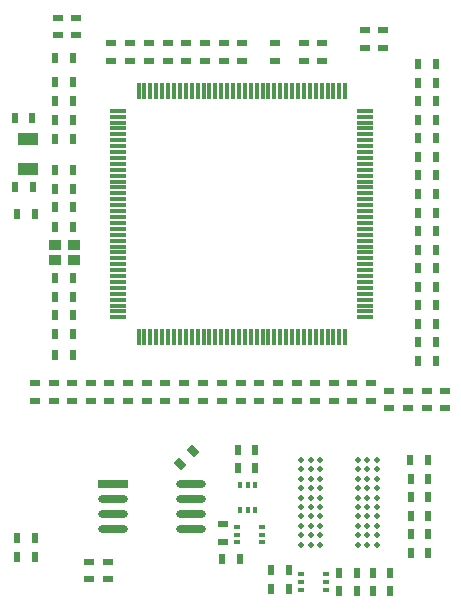
<source format=gtp>
G04*
G04 #@! TF.GenerationSoftware,Altium Limited,Altium Designer,19.1.9 (167)*
G04*
G04 Layer_Color=8421504*
%FSLAX44Y44*%
%MOMM*%
G71*
G01*
G75*
%ADD13R,1.0000X0.9000*%
%ADD14R,1.8000X1.0000*%
%ADD15C,0.5000*%
%ADD16R,1.3500X0.3500*%
%ADD17R,0.3500X1.3500*%
%ADD18O,2.5000X0.7000*%
%ADD19R,2.5000X0.7000*%
%ADD20R,0.4000X0.6000*%
%ADD21R,0.6000X0.4000*%
%ADD22R,0.6000X0.9000*%
%ADD23R,0.9000X0.6000*%
G04:AMPARAMS|DCode=24|XSize=0.6mm|YSize=0.9mm|CornerRadius=0mm|HoleSize=0mm|Usage=FLASHONLY|Rotation=45.000|XOffset=0mm|YOffset=0mm|HoleType=Round|Shape=Rectangle|*
%AMROTATEDRECTD24*
4,1,4,0.1061,-0.5303,-0.5303,0.1061,-0.1061,0.5303,0.5303,-0.1061,0.1061,-0.5303,0.0*
%
%ADD24ROTATEDRECTD24*%

D13*
X75250Y303000D02*
D03*
Y315250D02*
D03*
X58750Y303000D02*
D03*
Y315250D02*
D03*
D14*
X36250Y380250D02*
D03*
Y405250D02*
D03*
D15*
X331500Y61750D02*
D03*
Y69750D02*
D03*
Y77750D02*
D03*
Y85750D02*
D03*
Y93750D02*
D03*
Y101750D02*
D03*
Y109750D02*
D03*
Y117750D02*
D03*
Y125750D02*
D03*
Y133750D02*
D03*
X323500Y61750D02*
D03*
Y69750D02*
D03*
Y77750D02*
D03*
Y85750D02*
D03*
Y93750D02*
D03*
Y101750D02*
D03*
Y109750D02*
D03*
Y117750D02*
D03*
Y125750D02*
D03*
Y133750D02*
D03*
X315500Y61750D02*
D03*
Y69750D02*
D03*
Y77750D02*
D03*
Y85750D02*
D03*
Y93750D02*
D03*
Y101750D02*
D03*
Y109750D02*
D03*
Y117750D02*
D03*
Y125750D02*
D03*
Y133750D02*
D03*
X283500Y61750D02*
D03*
Y69750D02*
D03*
Y77750D02*
D03*
Y85750D02*
D03*
Y93750D02*
D03*
Y101750D02*
D03*
Y109750D02*
D03*
Y117750D02*
D03*
Y125750D02*
D03*
Y133750D02*
D03*
X275500Y61750D02*
D03*
Y69750D02*
D03*
Y77750D02*
D03*
Y85750D02*
D03*
Y93750D02*
D03*
Y101750D02*
D03*
Y109750D02*
D03*
Y117750D02*
D03*
Y125750D02*
D03*
Y133750D02*
D03*
X267500Y61750D02*
D03*
Y69750D02*
D03*
Y77750D02*
D03*
Y85750D02*
D03*
Y93750D02*
D03*
Y101750D02*
D03*
Y109750D02*
D03*
Y117750D02*
D03*
Y125750D02*
D03*
Y133750D02*
D03*
D16*
X112750Y429250D02*
D03*
Y424250D02*
D03*
Y419250D02*
D03*
Y414250D02*
D03*
Y409250D02*
D03*
Y404250D02*
D03*
Y399250D02*
D03*
Y394250D02*
D03*
Y389250D02*
D03*
Y384250D02*
D03*
Y379250D02*
D03*
Y374250D02*
D03*
Y369250D02*
D03*
Y364250D02*
D03*
Y359250D02*
D03*
Y354250D02*
D03*
Y349250D02*
D03*
Y344250D02*
D03*
Y339250D02*
D03*
Y334250D02*
D03*
Y329250D02*
D03*
Y324250D02*
D03*
Y319250D02*
D03*
Y314250D02*
D03*
Y309250D02*
D03*
Y304250D02*
D03*
Y299250D02*
D03*
Y294250D02*
D03*
Y289250D02*
D03*
Y284250D02*
D03*
Y279250D02*
D03*
Y274250D02*
D03*
Y269250D02*
D03*
Y264250D02*
D03*
Y259250D02*
D03*
Y254250D02*
D03*
X321750D02*
D03*
Y259250D02*
D03*
Y264250D02*
D03*
Y269250D02*
D03*
Y274250D02*
D03*
Y279250D02*
D03*
Y284250D02*
D03*
Y289250D02*
D03*
Y294250D02*
D03*
Y299250D02*
D03*
Y304250D02*
D03*
Y309250D02*
D03*
Y314250D02*
D03*
Y319250D02*
D03*
Y324250D02*
D03*
Y329250D02*
D03*
Y334250D02*
D03*
Y339250D02*
D03*
Y344250D02*
D03*
Y349250D02*
D03*
Y354250D02*
D03*
Y359250D02*
D03*
Y364250D02*
D03*
Y369250D02*
D03*
Y374250D02*
D03*
Y379250D02*
D03*
Y384250D02*
D03*
Y389250D02*
D03*
Y394250D02*
D03*
Y399250D02*
D03*
Y404250D02*
D03*
Y409250D02*
D03*
Y414250D02*
D03*
Y419250D02*
D03*
Y424250D02*
D03*
Y429250D02*
D03*
D17*
X129750Y237250D02*
D03*
X134750D02*
D03*
X139750D02*
D03*
X144750D02*
D03*
X149750D02*
D03*
X154750D02*
D03*
X159750D02*
D03*
X164750D02*
D03*
X169750D02*
D03*
X174750D02*
D03*
X179750D02*
D03*
X184750D02*
D03*
X189750D02*
D03*
X194750D02*
D03*
X199750D02*
D03*
X204750D02*
D03*
X209750D02*
D03*
X214750D02*
D03*
X219750D02*
D03*
X224750D02*
D03*
X229750D02*
D03*
X234750D02*
D03*
X239750D02*
D03*
X244750D02*
D03*
X249750D02*
D03*
X254750D02*
D03*
X259750D02*
D03*
X264750D02*
D03*
X269750D02*
D03*
X274750D02*
D03*
X279750D02*
D03*
X284750D02*
D03*
X289750D02*
D03*
X294750D02*
D03*
X299750D02*
D03*
X304750D02*
D03*
Y446250D02*
D03*
X299750D02*
D03*
X294750D02*
D03*
X289750D02*
D03*
X284750D02*
D03*
X279750D02*
D03*
X274750D02*
D03*
X269750D02*
D03*
X264750D02*
D03*
X259750D02*
D03*
X254750D02*
D03*
X249750D02*
D03*
X244750D02*
D03*
X239750D02*
D03*
X234750D02*
D03*
X229750D02*
D03*
X224750D02*
D03*
X219750D02*
D03*
X214750D02*
D03*
X209750D02*
D03*
X204750D02*
D03*
X199750D02*
D03*
X194750D02*
D03*
X189750D02*
D03*
X184750D02*
D03*
X179750D02*
D03*
X174750D02*
D03*
X169750D02*
D03*
X164750D02*
D03*
X159750D02*
D03*
X154750D02*
D03*
X149750D02*
D03*
X144750D02*
D03*
X139750D02*
D03*
X134750D02*
D03*
X129750D02*
D03*
D18*
X173853Y74900D02*
D03*
Y87600D02*
D03*
Y100300D02*
D03*
Y113000D02*
D03*
X107852Y74900D02*
D03*
Y87600D02*
D03*
Y100300D02*
D03*
D19*
Y113000D02*
D03*
D20*
X215750Y91500D02*
D03*
X222250D02*
D03*
X228750D02*
D03*
X215750Y112500D02*
D03*
X222250D02*
D03*
X228750D02*
D03*
D21*
X234352Y63750D02*
D03*
Y70250D02*
D03*
Y76750D02*
D03*
X213353Y63750D02*
D03*
Y70250D02*
D03*
Y76750D02*
D03*
X288102Y23850D02*
D03*
Y30350D02*
D03*
Y36850D02*
D03*
X267103Y23850D02*
D03*
Y30350D02*
D03*
Y36850D02*
D03*
D22*
X200500Y49500D02*
D03*
X215500D02*
D03*
X343000Y38250D02*
D03*
X328000D02*
D03*
X314500Y22500D02*
D03*
X299500D02*
D03*
X241750Y40350D02*
D03*
X256750D02*
D03*
X241750Y24647D02*
D03*
X256750D02*
D03*
X314560Y38250D02*
D03*
X299560D02*
D03*
X381750Y374453D02*
D03*
X366750D02*
D03*
X381750Y358750D02*
D03*
X366750D02*
D03*
X381750Y327298D02*
D03*
X366750D02*
D03*
X366750Y233082D02*
D03*
X381750D02*
D03*
X381750Y311595D02*
D03*
X366750D02*
D03*
X366750Y217380D02*
D03*
X381750D02*
D03*
X381750Y295892D02*
D03*
X366750D02*
D03*
X74250Y347453D02*
D03*
X59250D02*
D03*
X381750Y280190D02*
D03*
X366750D02*
D03*
X381750Y264487D02*
D03*
X366750D02*
D03*
X381750Y248785D02*
D03*
X366750D02*
D03*
X74250Y363155D02*
D03*
X59250D02*
D03*
X74250Y378858D02*
D03*
X59250D02*
D03*
X74250Y405500D02*
D03*
X59250D02*
D03*
X74250Y421750D02*
D03*
X59250D02*
D03*
X74250Y437500D02*
D03*
X59250D02*
D03*
X74250Y453500D02*
D03*
X59250D02*
D03*
X381750Y437263D02*
D03*
X366750D02*
D03*
X381750Y421560D02*
D03*
X366750D02*
D03*
X381750Y405858D02*
D03*
X366750D02*
D03*
X381750Y390155D02*
D03*
X366750D02*
D03*
X59250Y240047D02*
D03*
X74250D02*
D03*
X74250Y473453D02*
D03*
X59250D02*
D03*
X59250Y256000D02*
D03*
X74250D02*
D03*
X59250Y271798D02*
D03*
X74250D02*
D03*
X41750Y67750D02*
D03*
X26750D02*
D03*
X41750Y51500D02*
D03*
X26750D02*
D03*
X375000Y54840D02*
D03*
X360000D02*
D03*
X375000Y70542D02*
D03*
X360000D02*
D03*
X375000Y117650D02*
D03*
X360000D02*
D03*
X375000Y86245D02*
D03*
X360000D02*
D03*
X213750Y126547D02*
D03*
X228750D02*
D03*
X375000Y101947D02*
D03*
X360000D02*
D03*
X213750Y142250D02*
D03*
X228750D02*
D03*
X374500Y133500D02*
D03*
X359500D02*
D03*
X343000Y22548D02*
D03*
X328000D02*
D03*
X381750Y452965D02*
D03*
X366750D02*
D03*
X381750Y468668D02*
D03*
X366750D02*
D03*
X381750Y343000D02*
D03*
X366750D02*
D03*
X59250Y287500D02*
D03*
X74250D02*
D03*
X59250Y330863D02*
D03*
X74250D02*
D03*
X59250Y222750D02*
D03*
X74250D02*
D03*
X26750Y341750D02*
D03*
X41750D02*
D03*
X25000Y364347D02*
D03*
X40000D02*
D03*
X24750Y422750D02*
D03*
X39750D02*
D03*
D23*
X321250Y482750D02*
D03*
Y497750D02*
D03*
X336953D02*
D03*
Y482750D02*
D03*
X61500Y493000D02*
D03*
Y508000D02*
D03*
X77203Y508000D02*
D03*
Y493000D02*
D03*
X152203Y198750D02*
D03*
Y183750D02*
D03*
X136500Y198750D02*
D03*
Y183750D02*
D03*
X120798Y198750D02*
D03*
Y183750D02*
D03*
X89392Y198750D02*
D03*
Y183750D02*
D03*
X73690Y198750D02*
D03*
Y183750D02*
D03*
X357703Y192250D02*
D03*
Y177250D02*
D03*
X154500Y471750D02*
D03*
Y486750D02*
D03*
X170203Y471750D02*
D03*
Y486750D02*
D03*
X186000Y471750D02*
D03*
Y486750D02*
D03*
X269750Y486750D02*
D03*
Y471750D02*
D03*
X285452Y486750D02*
D03*
Y471750D02*
D03*
X201702Y486750D02*
D03*
Y471750D02*
D03*
X342000Y192250D02*
D03*
Y177250D02*
D03*
X326297Y198750D02*
D03*
Y183750D02*
D03*
X310595Y198750D02*
D03*
Y183750D02*
D03*
X294892Y198750D02*
D03*
Y183750D02*
D03*
X279190Y198750D02*
D03*
Y183750D02*
D03*
X263487Y198750D02*
D03*
Y183750D02*
D03*
X232082Y198750D02*
D03*
Y183750D02*
D03*
X216380Y198750D02*
D03*
Y183750D02*
D03*
X200677Y198750D02*
D03*
Y183750D02*
D03*
X57987Y198750D02*
D03*
Y183750D02*
D03*
X184250Y183500D02*
D03*
Y198500D02*
D03*
X122297Y471750D02*
D03*
Y486750D02*
D03*
X167905Y183500D02*
D03*
Y198500D02*
D03*
X138798Y471750D02*
D03*
Y486750D02*
D03*
X103750Y47500D02*
D03*
Y32500D02*
D03*
X88048Y47500D02*
D03*
Y32500D02*
D03*
X201250Y64250D02*
D03*
Y79250D02*
D03*
X373750Y177250D02*
D03*
Y192250D02*
D03*
X106595Y486750D02*
D03*
Y471750D02*
D03*
X217405Y486750D02*
D03*
Y471750D02*
D03*
X245500Y486750D02*
D03*
Y471750D02*
D03*
X389453Y177250D02*
D03*
Y192250D02*
D03*
X247785Y183750D02*
D03*
Y198750D02*
D03*
X105095Y183750D02*
D03*
Y198750D02*
D03*
X42285Y183750D02*
D03*
Y198750D02*
D03*
D24*
X165250Y130520D02*
D03*
X175857Y141126D02*
D03*
M02*

</source>
